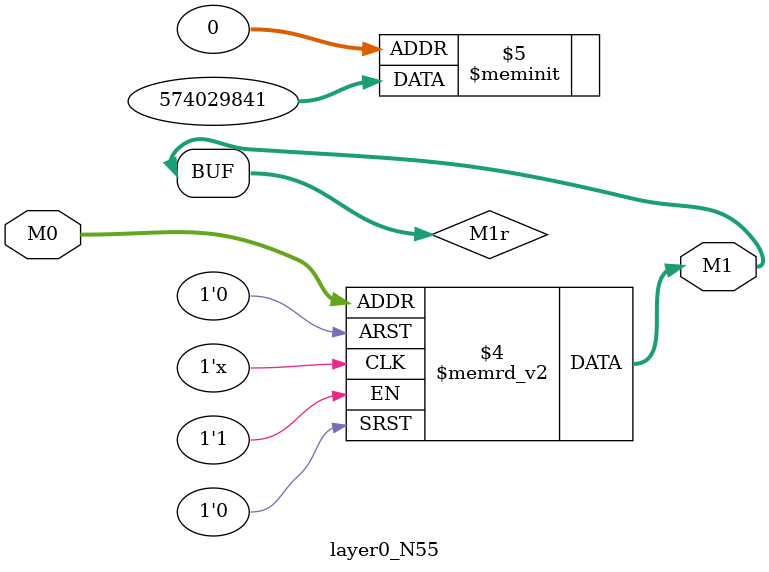
<source format=v>
module layer0_N55 ( input [3:0] M0, output [1:0] M1 );

	(*rom_style = "distributed" *) reg [1:0] M1r;
	assign M1 = M1r;
	always @ (M0) begin
		case (M0)
			4'b0000: M1r = 2'b01;
			4'b1000: M1r = 2'b11;
			4'b0100: M1r = 2'b00;
			4'b1100: M1r = 2'b10;
			4'b0010: M1r = 2'b01;
			4'b1010: M1r = 2'b11;
			4'b0110: M1r = 2'b00;
			4'b1110: M1r = 2'b10;
			4'b0001: M1r = 2'b00;
			4'b1001: M1r = 2'b01;
			4'b0101: M1r = 2'b00;
			4'b1101: M1r = 2'b00;
			4'b0011: M1r = 2'b00;
			4'b1011: M1r = 2'b00;
			4'b0111: M1r = 2'b00;
			4'b1111: M1r = 2'b00;

		endcase
	end
endmodule

</source>
